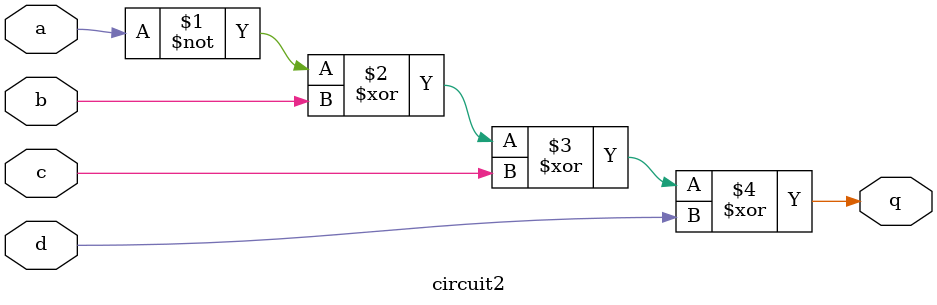
<source format=v>

module circuit2 (
  input a,
  input b,
  input c,
  input d,
  output q

);

  assign q = ~a^b^c^d;

endmodule




</source>
